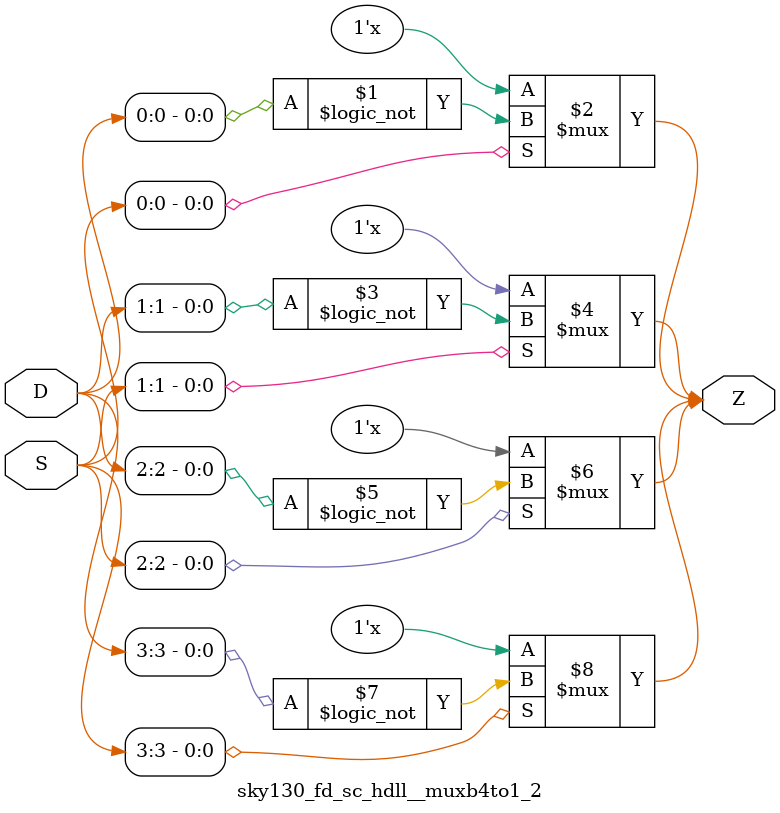
<source format=v>
/*
 * Copyright 2020 The SkyWater PDK Authors
 *
 * Licensed under the Apache License, Version 2.0 (the "License");
 * you may not use this file except in compliance with the License.
 * You may obtain a copy of the License at
 *
 *     https://www.apache.org/licenses/LICENSE-2.0
 *
 * Unless required by applicable law or agreed to in writing, software
 * distributed under the License is distributed on an "AS IS" BASIS,
 * WITHOUT WARRANTIES OR CONDITIONS OF ANY KIND, either express or implied.
 * See the License for the specific language governing permissions and
 * limitations under the License.
 *
 * SPDX-License-Identifier: Apache-2.0
*/


`ifndef SKY130_FD_SC_HDLL__MUXB4TO1_2_FUNCTIONAL_V
`define SKY130_FD_SC_HDLL__MUXB4TO1_2_FUNCTIONAL_V

/**
 * muxb4to1: Buffered 4-input multiplexer.
 *
 * Verilog simulation functional model.
 */

`timescale 1ns / 1ps
`default_nettype none

`celldefine
module sky130_fd_sc_hdll__muxb4to1_2 (
    Z,
    D,
    S
);

    // Module ports
    output       Z;
    input  [3:0] D;
    input  [3:0] S;

    //     Name     Output  Other arguments
    bufif1 bufif10 (Z     , !D[0], S[0]    );
    bufif1 bufif11 (Z     , !D[1], S[1]    );
    bufif1 bufif12 (Z     , !D[2], S[2]    );
    bufif1 bufif13 (Z     , !D[3], S[3]    );

endmodule
`endcelldefine

`default_nettype wire
`endif  // SKY130_FD_SC_HDLL__MUXB4TO1_2_FUNCTIONAL_V

</source>
